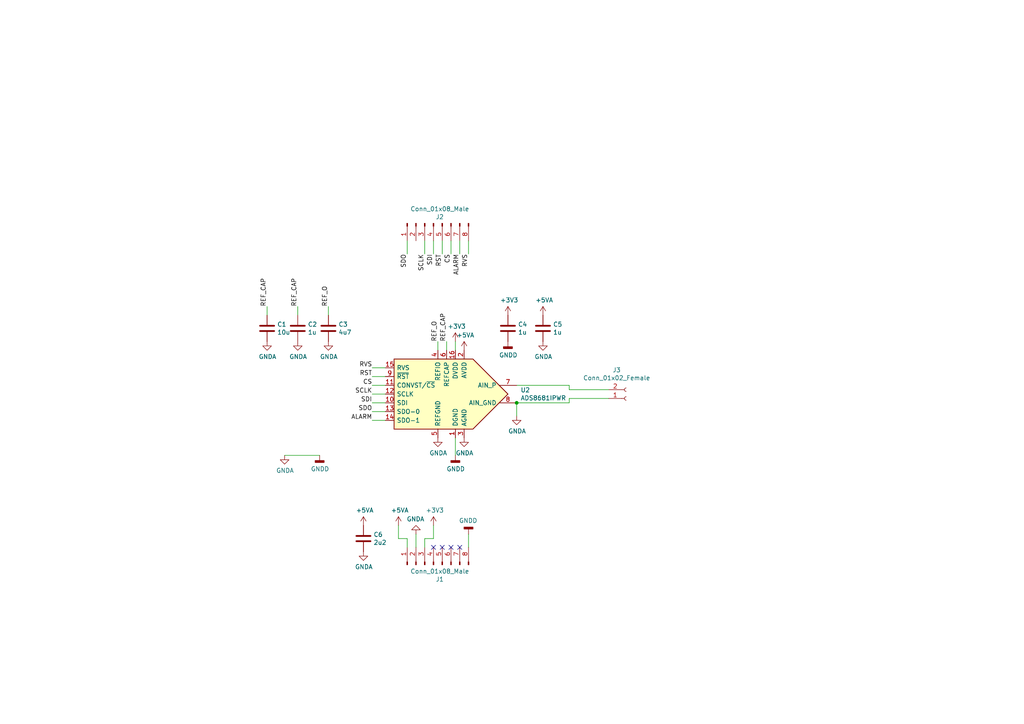
<source format=kicad_sch>
(kicad_sch (version 20211123) (generator eeschema)
  (paper "A4")
  (title_block (title "PMU") (date "2021-12-30") (rev "1") (company "Zany") (comment 1 "PMU is a simple Tiny RP2040 shield for measurements "))
  (lib_symbols
    (symbol "Analog_ADC:ADS8681IRPWR" (pin_names (offset 0.762))
      (property "Reference" "U" (at 6.35 13.97 0))
      (property "Value" "ADS8681IRPWR" (at 6.35 11.43 0))
      (symbol "ADS8681IRPWR_0_1"
        (polyline (pts (xy -5.08 10.16) (xy 17.78 10.16) (xy 17.78 -10.16) (xy -5.08 -10.16) (xy -15.24 0) (xy -5.08 10.16)) (stroke (width 0.254)) (fill (type background)))
      )
      (symbol "ADS8681IRPWR_1_1"
        (pin power_in line (at 0 -12.7 90) (length 2.54) (name "DGND") (number "1"))
        (pin input line (at 20.32 -2.54 180) (length 2.54) (name "SDI") (number "10"))
        (pin input line (at 20.32 2.54 180) (length 2.54) (name "CONVST/~{CS}") (number "11"))
        (pin input line (at 20.32 0 180) (length 2.54) (name "SCLK") (number "12"))
        (pin tri_state line (at 20.32 -5.08 180) (length 2.54) (name "SDO-0") (number "13"))
        (pin tri_state line (at 20.32 -7.62 180) (length 2.54) (name "SDO-1") (number "14"))
        (pin output line (at 20.32 7.62 180) (length 2.54) (name "RVS") (number "15"))
        (pin power_in line (at 0 12.7 270) (length 2.54) (name "DVDD") (number "16"))
        (pin power_in line (at -2.54 12.7 270) (length 2.54) (name "AVDD") (number "2"))
        (pin power_in line (at -2.54 -12.7 90) (length 2.54) (name "AGND") (number "3"))
        (pin passive line (at 5.08 12.7 270) (length 2.54) (name "REFIO") (number "4"))
        (pin power_in line (at 5.08 -12.7 90) (length 2.54) (name "REFGND") (number "5"))
        (pin power_in line (at 2.54 12.7 270) (length 2.54) (name "REFCAP") (number "6"))
        (pin input line (at -17.78 2.54 0) (length 5.08) (name "AIN_P") (number "7"))
        (pin input line (at -17.78 -2.54 0) (length 5.08) (name "AIN_GND") (number "8"))
        (pin input line (at 20.32 5.08 180) (length 2.54) (name "~{RST}") (number "9"))
      )
    )
    (symbol "Connector:Conn_01x02_Female" (pin_names (offset 1.016) hide)
      (property "Reference" "J" (at 0 2.54 0))
      (property "Value" "Connector_Conn_01x02_Female" (at 0 -5.08 0))
      (symbol "Conn_01x02_Female_1_1"
        (arc (start 0 -2.032) (mid -0.508 -2.54) (end 0 -3.048) (stroke (width 0.1524)))
        (polyline (pts (xy -1.27 -2.54) (xy -0.508 -2.54)) (stroke (width 0.1524)))
        (polyline (pts (xy -1.27 0) (xy -0.508 0)) (stroke (width 0.1524)))
        (arc (start 0 0.508) (mid -0.508 0) (end 0 -0.508) (stroke (width 0.1524)))
        (pin passive line (at -5.08 0 0) (length 3.81) (name "Pin_1") (number "1"))
        (pin passive line (at -5.08 -2.54 0) (length 3.81) (name "Pin_2") (number "2"))
      )
    )
    (symbol "Connector:Conn_01x08_Male" (pin_names (offset 1.016) hide)
      (property "Reference" "J" (at 0 10.16 0))
      (property "Value" "Connector_Conn_01x08_Male" (at 0 -12.7 0))
      (symbol "Conn_01x08_Male_1_1"
        (polyline (pts (xy 1.27 -10.16) (xy 0.8636 -10.16)) (stroke (width 0.1524)))
        (polyline (pts (xy 1.27 -7.62) (xy 0.8636 -7.62)) (stroke (width 0.1524)))
        (polyline (pts (xy 1.27 -5.08) (xy 0.8636 -5.08)) (stroke (width 0.1524)))
        (polyline (pts (xy 1.27 -2.54) (xy 0.8636 -2.54)) (stroke (width 0.1524)))
        (polyline (pts (xy 1.27 0) (xy 0.8636 0)) (stroke (width 0.1524)))
        (polyline (pts (xy 1.27 2.54) (xy 0.8636 2.54)) (stroke (width 0.1524)))
        (polyline (pts (xy 1.27 5.08) (xy 0.8636 5.08)) (stroke (width 0.1524)))
        (polyline (pts (xy 1.27 7.62) (xy 0.8636 7.62)) (stroke (width 0.1524)))
        (rectangle (start 0.8636 -10.033) (end 0 -10.287) (stroke (width 0.1524)) (fill (type outline)))
        (rectangle (start 0.8636 -7.493) (end 0 -7.747) (stroke (width 0.1524)) (fill (type outline)))
        (rectangle (start 0.8636 -4.953) (end 0 -5.207) (stroke (width 0.1524)) (fill (type outline)))
        (rectangle (start 0.8636 -2.413) (end 0 -2.667) (stroke (width 0.1524)) (fill (type outline)))
        (rectangle (start 0.8636 0.127) (end 0 -0.127) (stroke (width 0.1524)) (fill (type outline)))
        (rectangle (start 0.8636 2.667) (end 0 2.413) (stroke (width 0.1524)) (fill (type outline)))
        (rectangle (start 0.8636 5.207) (end 0 4.953) (stroke (width 0.1524)) (fill (type outline)))
        (rectangle (start 0.8636 7.747) (end 0 7.493) (stroke (width 0.1524)) (fill (type outline)))
        (pin passive line (at 5.08 7.62 180) (length 3.81) (name "Pin_1") (number "1"))
        (pin passive line (at 5.08 5.08 180) (length 3.81) (name "Pin_2") (number "2"))
        (pin passive line (at 5.08 2.54 180) (length 3.81) (name "Pin_3") (number "3"))
        (pin passive line (at 5.08 0 180) (length 3.81) (name "Pin_4") (number "4"))
        (pin passive line (at 5.08 -2.54 180) (length 3.81) (name "Pin_5") (number "5"))
        (pin passive line (at 5.08 -5.08 180) (length 3.81) (name "Pin_6") (number "6"))
        (pin passive line (at 5.08 -7.62 180) (length 3.81) (name "Pin_7") (number "7"))
        (pin passive line (at 5.08 -10.16 180) (length 3.81) (name "Pin_8") (number "8"))
      )
    )
    (symbol "Device:C" (pin_numbers hide) (pin_names (offset 0.254))
      (property "Reference" "C" (at 0.635 2.54 0))
      (property "Value" "Device_C" (at 0.635 -2.54 0))
      (symbol "C_0_1"
        (polyline (pts (xy -2.032 -0.762) (xy 2.032 -0.762)) (stroke (width 0.508)))
        (polyline (pts (xy -2.032 0.762) (xy 2.032 0.762)) (stroke (width 0.508)))
      )
      (symbol "C_1_1"
        (pin passive line (at 0 3.81 270) (length 2.794) (name "~") (number "1"))
        (pin passive line (at 0 -3.81 90) (length 2.794) (name "~") (number "2"))
      )
    )
    (symbol "power:+3V3" (power) (pin_names (offset 0))
      (property "Value" "power_+3V3" (at 0 3.556 0))
      (symbol "+3V3_0_1"
        (polyline (pts (xy -0.762 1.27) (xy 0 2.54)))
        (polyline (pts (xy 0 0) (xy 0 2.54)))
        (polyline (pts (xy 0 2.54) (xy 0.762 1.27)))
      )
      (symbol "+3V3_1_1"
        (pin power_in line (at 0 0 90) (length 0) hide (name "+3V3") (number "1"))
      )
    )
    (symbol "power:+5VA" (power) (pin_names (offset 0))
      (property "Value" "power_+5VA" (at 0 3.556 0))
      (symbol "+5VA_0_1"
        (polyline (pts (xy -0.762 1.27) (xy 0 2.54)))
        (polyline (pts (xy 0 0) (xy 0 2.54)))
        (polyline (pts (xy 0 2.54) (xy 0.762 1.27)))
      )
      (symbol "+5VA_1_1"
        (pin power_in line (at 0 0 90) (length 0) hide (name "+5VA") (number "1"))
      )
    )
    (symbol "power:GNDA" (power) (pin_names (offset 0))
      (property "Value" "power_GNDA" (at 0 -3.81 0))
      (symbol "GNDA_0_1"
        (polyline (pts (xy 0 0) (xy 0 -1.27) (xy 1.27 -1.27) (xy 0 -2.54) (xy -1.27 -1.27) (xy 0 -1.27)))
      )
      (symbol "GNDA_1_1"
        (pin power_in line (at 0 0 270) (length 0) hide (name "GNDA") (number "1"))
      )
    )
    (symbol "power:GNDD" (power) (pin_names (offset 0))
      (property "Value" "power_GNDD" (at 0 -3.175 0))
      (symbol "GNDD_0_1"
        (rectangle (start -1.27 -1.524) (end 1.27 -2.032) (stroke (width 0.254)) (fill (type outline)))
        (polyline (pts (xy 0 0) (xy 0 -1.524)))
      )
      (symbol "GNDD_1_1"
        (pin power_in line (at 0 0 270) (length 0) hide (name "GNDD") (number "1"))
      )
    )
  )
  (junction (at 149.86 116.84))
  (no_connect (at 133.35 158.75))
  (no_connect (at 130.81 158.75))
  (no_connect (at 128.27 158.75))
  (no_connect (at 125.73 158.75))
  (wire (pts (xy 111.76 116.84) (xy 107.95 116.84)))
  (wire (pts (xy 165.1 116.84) (xy 149.86 116.84)))
  (wire (pts (xy 111.76 109.22) (xy 107.95 109.22)))
  (wire (pts (xy 132.08 132.08) (xy 132.08 127)))
  (wire (pts (xy 128.27 73.66) (xy 128.27 69.85)))
  (wire (pts (xy 111.76 121.92) (xy 107.95 121.92)))
  (wire (pts (xy 165.1 111.76) (xy 165.1 113.03)))
  (wire (pts (xy 111.76 111.76) (xy 107.95 111.76)))
  (wire (pts (xy 133.35 73.66) (xy 133.35 69.85)))
  (wire (pts (xy 129.54 101.6) (xy 129.54 99.06)))
  (wire (pts (xy 123.19 73.66) (xy 123.19 69.85)))
  (wire (pts (xy 120.65 158.75) (xy 120.65 154.94)))
  (wire (pts (xy 176.53 115.57) (xy 165.1 115.57)))
  (wire (pts (xy 123.19 156.21) (xy 125.73 156.21)))
  (wire (pts (xy 130.81 69.85) (xy 130.81 73.66)))
  (wire (pts (xy 149.86 111.76) (xy 165.1 111.76)))
  (wire (pts (xy 127 101.6) (xy 127 99.06)))
  (wire (pts (xy 135.89 158.75) (xy 135.89 154.94)))
  (wire (pts (xy 86.36 91.44) (xy 86.36 88.9)))
  (wire (pts (xy 115.57 152.4) (xy 115.57 156.21)))
  (wire (pts (xy 95.25 91.44) (xy 95.25 88.9)))
  (wire (pts (xy 165.1 113.03) (xy 176.53 113.03)))
  (wire (pts (xy 165.1 115.57) (xy 165.1 116.84)))
  (wire (pts (xy 118.11 73.66) (xy 118.11 69.85)))
  (wire (pts (xy 125.73 156.21) (xy 125.73 152.4)))
  (wire (pts (xy 118.11 156.21) (xy 118.11 158.75)))
  (wire (pts (xy 111.76 119.38) (xy 107.95 119.38)))
  (wire (pts (xy 125.73 73.66) (xy 125.73 69.85)))
  (wire (pts (xy 77.47 91.44) (xy 77.47 88.9)))
  (wire (pts (xy 82.55 132.08) (xy 92.71 132.08)))
  (wire (pts (xy 115.57 156.21) (xy 118.11 156.21)))
  (wire (pts (xy 123.19 158.75) (xy 123.19 156.21)))
  (wire (pts (xy 111.76 114.3) (xy 107.95 114.3)))
  (wire (pts (xy 135.89 69.85) (xy 135.89 73.66)))
  (wire (pts (xy 149.86 116.84) (xy 149.86 120.65)))
  (wire (pts (xy 132.08 101.6) (xy 132.08 99.06)))
  (wire (pts (xy 111.76 106.68) (xy 107.95 106.68)))
  (label "SDO" (at 118.11 73.66 270))
  (label "REF_CAP" (at 86.36 88.9 90))
  (label "SDI" (at 107.95 116.84 180))
  (label "REF_CAP" (at 77.47 88.9 90))
  (label "RST" (at 107.95 109.22 180))
  (label "ALARM" (at 107.95 121.92 180))
  (label "REF_O" (at 95.25 88.9 90))
  (label "REF_O" (at 127 99.06 90))
  (label "CS" (at 130.81 73.66 270))
  (label "RVS" (at 135.89 73.66 270))
  (label "SDI" (at 125.73 73.66 270))
  (label "RVS" (at 107.95 106.68 180))
  (label "SCLK" (at 107.95 114.3 180))
  (label "CS" (at 107.95 111.76 180))
  (label "ALARM" (at 133.35 73.66 270))
  (label "RST" (at 128.27 73.66 270))
  (label "SDO" (at 107.95 119.38 180))
  (label "SCLK" (at 123.19 73.66 270))
  (label "REF_CAP" (at 129.54 99.06 90))
  (symbol (lib_id "Analog_ADC:ADS8681IRPWR") (at 132.08 114.3 0) (mirror y) (unit 1)
    (property "Reference" "U2" (at 150.9776 113.1316 0) (effects (justify right)))
    (property "Value" "ADS8681IPWR" (at 150.9776 115.443 0) (effects (justify right)))
    (property "Footprint" "Package_SO:TSSOP-16_4.4x5mm_P0.65mm" (effects hide))
    (property "Datasheet" "http://www.ti.com/lit/ds/symlink/ads8681.pdf" (effects hide))
    (property "Order number" "ADS8681IPWR" (effects hide))
  )
  (symbol (lib_id "Device:C") (at 157.48 95.25 0) (unit 1)
    (property "Reference" "C5" (at 160.401 94.0816 0) (effects (justify left)))
    (property "Value" "1u" (at 160.401 96.393 0) (effects (justify left)))
    (property "Footprint" "Capacitor_SMD:C_0603_1608Metric_Pad1.08x0.95mm_HandSolder" (effects hide))
    (property "Order number" "C1608X7R1C105K080AC" (effects hide))
  )
  (symbol (lib_id "power:GNDA") (at 157.48 99.06 0) (unit 1)
    (property "Reference" "#PWR0101" (effects hide))
    (property "Value" "GNDA" (at 157.607 103.4542 0))
  )
  (symbol (lib_id "power:+5VA") (at 157.48 91.44 0) (unit 1)
    (property "Reference" "#PWR0102" (effects hide))
    (property "Value" "+5VA" (at 157.861 87.0458 0))
  )
  (symbol (lib_id "power:+5VA") (at 134.62 101.6 0) (unit 1)
    (property "Reference" "#PWR0103" (effects hide))
    (property "Value" "+5VA" (at 135.001 97.2058 0))
  )
  (symbol (lib_id "power:GNDA") (at 134.62 127 0) (unit 1)
    (property "Reference" "#PWR0104" (effects hide))
    (property "Value" "GNDA" (at 134.747 131.3942 0))
  )
  (symbol (lib_id "power:GNDD") (at 147.32 99.06 0) (unit 1)
    (property "Reference" "#PWR0105" (effects hide))
    (property "Value" "GNDD" (at 147.4216 102.997 0))
  )
  (symbol (lib_id "power:+3V3") (at 147.32 91.44 0) (unit 1)
    (property "Reference" "#PWR0106" (effects hide))
    (property "Value" "+3V3" (at 147.701 87.0458 0))
  )
  (symbol (lib_id "Device:C") (at 95.25 95.25 0) (unit 1)
    (property "Reference" "C3" (at 98.171 94.0816 0) (effects (justify left)))
    (property "Value" "4u7" (at 98.171 96.393 0) (effects (justify left)))
    (property "Footprint" "Capacitor_SMD:C_0805_2012Metric_Pad1.18x1.45mm_HandSolder" (effects hide))
    (property "Order number" "CGA4J3X7R1C475K125AB" (effects hide))
  )
  (symbol (lib_id "Device:C") (at 77.47 95.25 0) (unit 1)
    (property "Reference" "C1" (at 80.391 94.0816 0) (effects (justify left)))
    (property "Value" "10u" (at 80.391 96.393 0) (effects (justify left)))
    (property "Footprint" "Capacitor_SMD:C_0805_2012Metric_Pad1.18x1.45mm_HandSolder" (effects hide))
    (property "Oerder number" "T529P106M010AAE200" (effects hide))
  )
  (symbol (lib_id "power:+3V3") (at 132.08 99.06 0) (unit 1)
    (property "Reference" "#PWR0107" (effects hide))
    (property "Value" "+3V3" (at 132.461 94.6658 0))
  )
  (symbol (lib_id "power:GNDA") (at 95.25 99.06 0) (unit 1)
    (property "Reference" "#PWR0108" (effects hide))
    (property "Value" "GNDA" (at 95.377 103.4542 0))
  )
  (symbol (lib_id "power:GNDA") (at 86.36 99.06 0) (unit 1)
    (property "Reference" "#PWR0109" (effects hide))
    (property "Value" "GNDA" (at 86.487 103.4542 0))
  )
  (symbol (lib_id "power:GNDA") (at 77.47 99.06 0) (unit 1)
    (property "Reference" "#PWR0110" (effects hide))
    (property "Value" "GNDA" (at 77.597 103.4542 0))
  )
  (symbol (lib_id "power:GNDA") (at 127 127 0) (unit 1)
    (property "Reference" "#PWR0111" (effects hide))
    (property "Value" "GNDA" (at 127.127 131.3942 0))
  )
  (symbol (lib_id "power:GNDD") (at 132.08 132.08 0) (unit 1)
    (property "Reference" "#PWR0112" (effects hide))
    (property "Value" "GNDD" (at 132.1816 136.017 0))
  )
  (symbol (lib_id "Device:C") (at 105.41 156.21 0) (unit 1)
    (property "Reference" "C6" (at 108.331 155.0416 0) (effects (justify left)))
    (property "Value" "2u2" (at 108.331 157.353 0) (effects (justify left)))
    (property "Footprint" "Capacitor_SMD:C_0603_1608Metric_Pad1.08x0.95mm_HandSolder" (effects hide))
    (property "Order number" "EMK107BB7225KA-T" (effects hide))
  )
  (symbol (lib_id "power:+5VA") (at 105.41 152.4 0) (unit 1)
    (property "Reference" "#PWR0120" (effects hide))
    (property "Value" "+5VA" (at 105.791 148.0058 0))
  )
  (symbol (lib_id "power:GNDA") (at 105.41 160.02 0) (unit 1)
    (property "Reference" "#PWR0121" (effects hide))
    (property "Value" "GNDA" (at 105.537 164.4142 0))
  )
  (symbol (lib_id "Connector:Conn_01x02_Female") (at 181.61 115.57 0) (mirror x) (unit 1)
    (property "Reference" "J3" (at 178.8668 107.315 0))
    (property "Value" "Conn_01x02_Female" (at 178.8668 109.6264 0))
    (property "Footprint" "Connector_PinHeader_2.54mm:PinHeader_1x02_P2.54mm_Horizontal" (effects hide))
    (property "Order number" "5-826631-0" (effects hide))
  )
  (symbol (lib_id "Connector:Conn_01x08_Male") (at 125.73 64.77 90) (mirror x) (unit 1)
    (property "Reference" "J2" (at 127.5588 62.9158 90))
    (property "Value" "Conn_01x08_Male" (at 127.5588 60.6044 90))
    (property "Footprint" "Connector_PinHeader_2.54mm:PinHeader_1x08_P2.54mm_Vertical" (effects hide))
    (property "Order Number" "90120-0768" (effects hide))
  )
  (symbol (lib_id "Connector:Conn_01x08_Male") (at 125.73 163.83 90) (unit 1)
    (property "Reference" "J1" (at 127.5588 168.021 90))
    (property "Value" "Conn_01x08_Male" (at 127.5588 165.7096 90))
    (property "Footprint" "Connector_PinHeader_2.54mm:PinHeader_1x08_P2.54mm_Vertical" (effects hide))
  )
  (symbol (lib_id "power:+5VA") (at 115.57 152.4 0) (unit 1)
    (property "Reference" "#PWR0116" (effects hide))
    (property "Value" "+5VA" (at 115.951 148.0058 0))
  )
  (symbol (lib_id "power:+3V3") (at 125.73 152.4 0) (unit 1)
    (property "Reference" "#PWR0117" (effects hide))
    (property "Value" "+3V3" (at 126.111 148.0058 0))
  )
  (symbol (lib_id "Device:C") (at 147.32 95.25 0) (unit 1)
    (property "Reference" "C4" (at 150.241 94.0816 0) (effects (justify left)))
    (property "Value" "1u" (at 150.241 96.393 0) (effects (justify left)))
    (property "Footprint" "Capacitor_SMD:C_0603_1608Metric_Pad1.08x0.95mm_HandSolder" (effects hide))
    (property "Order number" "C1608X7R1C105K080AC" (effects hide))
  )
  (symbol (lib_id "Device:C") (at 86.36 95.25 0) (unit 1)
    (property "Reference" "C2" (at 89.281 94.0816 0) (effects (justify left)))
    (property "Value" "1u" (at 89.281 96.393 0) (effects (justify left)))
    (property "Footprint" "Capacitor_SMD:C_0603_1608Metric_Pad1.08x0.95mm_HandSolder" (effects hide))
    (property "Order number" "C1608X7R1C105K080AC" (effects hide))
  )
  (symbol (lib_id "power:GNDA") (at 120.65 154.94 180) (unit 1)
    (property "Reference" "#PWR0118" (effects hide))
    (property "Value" "GNDA" (at 120.523 150.5458 0))
  )
  (symbol (lib_id "power:GNDD") (at 135.89 154.94 180) (unit 1)
    (property "Reference" "#PWR0119" (effects hide))
    (property "Value" "GNDD" (at 135.7884 151.003 0))
  )
  (symbol (lib_id "power:GNDA") (at 149.86 120.65 0) (unit 1)
    (property "Reference" "#PWR0113" (effects hide))
    (property "Value" "GNDA" (at 149.987 125.0442 0))
  )
  (symbol (lib_id "power:GNDA") (at 82.55 132.08 0) (unit 1)
    (property "Reference" "#PWR0114" (effects hide))
    (property "Value" "GNDA" (at 82.677 136.4742 0))
  )
  (symbol (lib_id "power:GNDD") (at 92.71 132.08 0) (unit 1)
    (property "Reference" "#PWR0115" (effects hide))
    (property "Value" "GNDD" (at 92.8116 136.017 0))
  )
)
</source>
